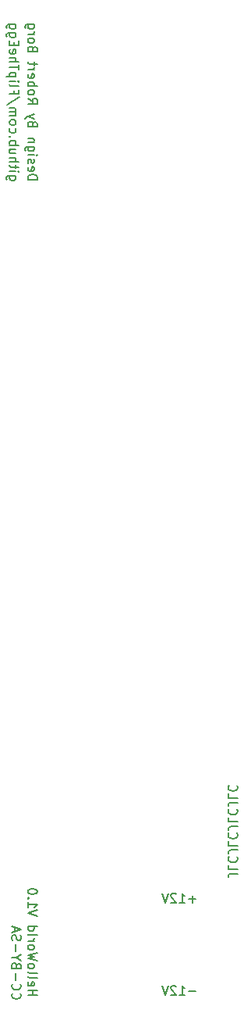
<source format=gbr>
G04 #@! TF.GenerationSoftware,KiCad,Pcbnew,(5.1.6-0-10_14)*
G04 #@! TF.CreationDate,2020-07-27T13:54:38+02:00*
G04 #@! TF.ProjectId,HelloWorld-noPanel,48656c6c-6f57-46f7-926c-642d6e6f5061,rev?*
G04 #@! TF.SameCoordinates,Original*
G04 #@! TF.FileFunction,Legend,Bot*
G04 #@! TF.FilePolarity,Positive*
%FSLAX46Y46*%
G04 Gerber Fmt 4.6, Leading zero omitted, Abs format (unit mm)*
G04 Created by KiCad (PCBNEW (5.1.6-0-10_14)) date 2020-07-27 13:54:38*
%MOMM*%
%LPD*%
G01*
G04 APERTURE LIST*
%ADD10C,0.150000*%
G04 APERTURE END LIST*
D10*
X96051619Y-112823047D02*
X95337333Y-112823047D01*
X95194476Y-112870666D01*
X95099238Y-112965904D01*
X95051619Y-113108761D01*
X95051619Y-113204000D01*
X95051619Y-111870666D02*
X95051619Y-112346857D01*
X96051619Y-112346857D01*
X95146857Y-110965904D02*
X95099238Y-111013523D01*
X95051619Y-111156380D01*
X95051619Y-111251619D01*
X95099238Y-111394476D01*
X95194476Y-111489714D01*
X95289714Y-111537333D01*
X95480190Y-111584952D01*
X95623047Y-111584952D01*
X95813523Y-111537333D01*
X95908761Y-111489714D01*
X96004000Y-111394476D01*
X96051619Y-111251619D01*
X96051619Y-111156380D01*
X96004000Y-111013523D01*
X95956380Y-110965904D01*
X96051619Y-110251619D02*
X95337333Y-110251619D01*
X95194476Y-110299238D01*
X95099238Y-110394476D01*
X95051619Y-110537333D01*
X95051619Y-110632571D01*
X95051619Y-109299238D02*
X95051619Y-109775428D01*
X96051619Y-109775428D01*
X95146857Y-108394476D02*
X95099238Y-108442095D01*
X95051619Y-108584952D01*
X95051619Y-108680190D01*
X95099238Y-108823047D01*
X95194476Y-108918285D01*
X95289714Y-108965904D01*
X95480190Y-109013523D01*
X95623047Y-109013523D01*
X95813523Y-108965904D01*
X95908761Y-108918285D01*
X96004000Y-108823047D01*
X96051619Y-108680190D01*
X96051619Y-108584952D01*
X96004000Y-108442095D01*
X95956380Y-108394476D01*
X96051619Y-107680190D02*
X95337333Y-107680190D01*
X95194476Y-107727809D01*
X95099238Y-107823047D01*
X95051619Y-107965904D01*
X95051619Y-108061142D01*
X95051619Y-106727809D02*
X95051619Y-107204000D01*
X96051619Y-107204000D01*
X95146857Y-105823047D02*
X95099238Y-105870666D01*
X95051619Y-106013523D01*
X95051619Y-106108761D01*
X95099238Y-106251619D01*
X95194476Y-106346857D01*
X95289714Y-106394476D01*
X95480190Y-106442095D01*
X95623047Y-106442095D01*
X95813523Y-106394476D01*
X95908761Y-106346857D01*
X96004000Y-106251619D01*
X96051619Y-106108761D01*
X96051619Y-106013523D01*
X96004000Y-105870666D01*
X95956380Y-105823047D01*
X96051619Y-105108761D02*
X95337333Y-105108761D01*
X95194476Y-105156380D01*
X95099238Y-105251619D01*
X95051619Y-105394476D01*
X95051619Y-105489714D01*
X95051619Y-104156380D02*
X95051619Y-104632571D01*
X96051619Y-104632571D01*
X95146857Y-103251619D02*
X95099238Y-103299238D01*
X95051619Y-103442095D01*
X95051619Y-103537333D01*
X95099238Y-103680190D01*
X95194476Y-103775428D01*
X95289714Y-103823047D01*
X95480190Y-103870666D01*
X95623047Y-103870666D01*
X95813523Y-103823047D01*
X95908761Y-103775428D01*
X96004000Y-103680190D01*
X96051619Y-103537333D01*
X96051619Y-103442095D01*
X96004000Y-103299238D01*
X95956380Y-103251619D01*
X71964285Y-37226190D02*
X71154761Y-37226190D01*
X71059523Y-37273809D01*
X71011904Y-37321428D01*
X70964285Y-37416666D01*
X70964285Y-37559523D01*
X71011904Y-37654761D01*
X71345238Y-37226190D02*
X71297619Y-37321428D01*
X71297619Y-37511904D01*
X71345238Y-37607142D01*
X71392857Y-37654761D01*
X71488095Y-37702380D01*
X71773809Y-37702380D01*
X71869047Y-37654761D01*
X71916666Y-37607142D01*
X71964285Y-37511904D01*
X71964285Y-37321428D01*
X71916666Y-37226190D01*
X71297619Y-36750000D02*
X71964285Y-36750000D01*
X72297619Y-36750000D02*
X72250000Y-36797619D01*
X72202380Y-36750000D01*
X72250000Y-36702380D01*
X72297619Y-36750000D01*
X72202380Y-36750000D01*
X71964285Y-36416666D02*
X71964285Y-36035714D01*
X72297619Y-36273809D02*
X71440476Y-36273809D01*
X71345238Y-36226190D01*
X71297619Y-36130952D01*
X71297619Y-36035714D01*
X71297619Y-35702380D02*
X72297619Y-35702380D01*
X71297619Y-35273809D02*
X71821428Y-35273809D01*
X71916666Y-35321428D01*
X71964285Y-35416666D01*
X71964285Y-35559523D01*
X71916666Y-35654761D01*
X71869047Y-35702380D01*
X71964285Y-34369047D02*
X71297619Y-34369047D01*
X71964285Y-34797619D02*
X71440476Y-34797619D01*
X71345238Y-34750000D01*
X71297619Y-34654761D01*
X71297619Y-34511904D01*
X71345238Y-34416666D01*
X71392857Y-34369047D01*
X71297619Y-33892857D02*
X72297619Y-33892857D01*
X71916666Y-33892857D02*
X71964285Y-33797619D01*
X71964285Y-33607142D01*
X71916666Y-33511904D01*
X71869047Y-33464285D01*
X71773809Y-33416666D01*
X71488095Y-33416666D01*
X71392857Y-33464285D01*
X71345238Y-33511904D01*
X71297619Y-33607142D01*
X71297619Y-33797619D01*
X71345238Y-33892857D01*
X71392857Y-32988095D02*
X71345238Y-32940476D01*
X71297619Y-32988095D01*
X71345238Y-33035714D01*
X71392857Y-32988095D01*
X71297619Y-32988095D01*
X71345238Y-32083333D02*
X71297619Y-32178571D01*
X71297619Y-32369047D01*
X71345238Y-32464285D01*
X71392857Y-32511904D01*
X71488095Y-32559523D01*
X71773809Y-32559523D01*
X71869047Y-32511904D01*
X71916666Y-32464285D01*
X71964285Y-32369047D01*
X71964285Y-32178571D01*
X71916666Y-32083333D01*
X71297619Y-31511904D02*
X71345238Y-31607142D01*
X71392857Y-31654761D01*
X71488095Y-31702380D01*
X71773809Y-31702380D01*
X71869047Y-31654761D01*
X71916666Y-31607142D01*
X71964285Y-31511904D01*
X71964285Y-31369047D01*
X71916666Y-31273809D01*
X71869047Y-31226190D01*
X71773809Y-31178571D01*
X71488095Y-31178571D01*
X71392857Y-31226190D01*
X71345238Y-31273809D01*
X71297619Y-31369047D01*
X71297619Y-31511904D01*
X71297619Y-30750000D02*
X71964285Y-30750000D01*
X71869047Y-30750000D02*
X71916666Y-30702380D01*
X71964285Y-30607142D01*
X71964285Y-30464285D01*
X71916666Y-30369047D01*
X71821428Y-30321428D01*
X71297619Y-30321428D01*
X71821428Y-30321428D02*
X71916666Y-30273809D01*
X71964285Y-30178571D01*
X71964285Y-30035714D01*
X71916666Y-29940476D01*
X71821428Y-29892857D01*
X71297619Y-29892857D01*
X72345238Y-28702380D02*
X71059523Y-29559523D01*
X71821428Y-28035714D02*
X71821428Y-28369047D01*
X71297619Y-28369047D02*
X72297619Y-28369047D01*
X72297619Y-27892857D01*
X71297619Y-27369047D02*
X71345238Y-27464285D01*
X71440476Y-27511904D01*
X72297619Y-27511904D01*
X71297619Y-26988095D02*
X71964285Y-26988095D01*
X72297619Y-26988095D02*
X72250000Y-27035714D01*
X72202380Y-26988095D01*
X72250000Y-26940476D01*
X72297619Y-26988095D01*
X72202380Y-26988095D01*
X71964285Y-26511904D02*
X70964285Y-26511904D01*
X71916666Y-26511904D02*
X71964285Y-26416666D01*
X71964285Y-26226190D01*
X71916666Y-26130952D01*
X71869047Y-26083333D01*
X71773809Y-26035714D01*
X71488095Y-26035714D01*
X71392857Y-26083333D01*
X71345238Y-26130952D01*
X71297619Y-26226190D01*
X71297619Y-26416666D01*
X71345238Y-26511904D01*
X72297619Y-25750000D02*
X72297619Y-25178571D01*
X71297619Y-25464285D02*
X72297619Y-25464285D01*
X71297619Y-24845238D02*
X72297619Y-24845238D01*
X71297619Y-24416666D02*
X71821428Y-24416666D01*
X71916666Y-24464285D01*
X71964285Y-24559523D01*
X71964285Y-24702380D01*
X71916666Y-24797619D01*
X71869047Y-24845238D01*
X71345238Y-23559523D02*
X71297619Y-23654761D01*
X71297619Y-23845238D01*
X71345238Y-23940476D01*
X71440476Y-23988095D01*
X71821428Y-23988095D01*
X71916666Y-23940476D01*
X71964285Y-23845238D01*
X71964285Y-23654761D01*
X71916666Y-23559523D01*
X71821428Y-23511904D01*
X71726190Y-23511904D01*
X71630952Y-23988095D01*
X71821428Y-23083333D02*
X71821428Y-22750000D01*
X71297619Y-22607142D02*
X71297619Y-23083333D01*
X72297619Y-23083333D01*
X72297619Y-22607142D01*
X71964285Y-21750000D02*
X71154761Y-21750000D01*
X71059523Y-21797619D01*
X71011904Y-21845238D01*
X70964285Y-21940476D01*
X70964285Y-22083333D01*
X71011904Y-22178571D01*
X71345238Y-21750000D02*
X71297619Y-21845238D01*
X71297619Y-22035714D01*
X71345238Y-22130952D01*
X71392857Y-22178571D01*
X71488095Y-22226190D01*
X71773809Y-22226190D01*
X71869047Y-22178571D01*
X71916666Y-22130952D01*
X71964285Y-22035714D01*
X71964285Y-21845238D01*
X71916666Y-21750000D01*
X71964285Y-20845238D02*
X71154761Y-20845238D01*
X71059523Y-20892857D01*
X71011904Y-20940476D01*
X70964285Y-21035714D01*
X70964285Y-21178571D01*
X71011904Y-21273809D01*
X71345238Y-20845238D02*
X71297619Y-20940476D01*
X71297619Y-21130952D01*
X71345238Y-21226190D01*
X71392857Y-21273809D01*
X71488095Y-21321428D01*
X71773809Y-21321428D01*
X71869047Y-21273809D01*
X71916666Y-21226190D01*
X71964285Y-21130952D01*
X71964285Y-20940476D01*
X71916666Y-20845238D01*
X73297619Y-37654761D02*
X74297619Y-37654761D01*
X74297619Y-37416666D01*
X74250000Y-37273809D01*
X74154761Y-37178571D01*
X74059523Y-37130952D01*
X73869047Y-37083333D01*
X73726190Y-37083333D01*
X73535714Y-37130952D01*
X73440476Y-37178571D01*
X73345238Y-37273809D01*
X73297619Y-37416666D01*
X73297619Y-37654761D01*
X73345238Y-36273809D02*
X73297619Y-36369047D01*
X73297619Y-36559523D01*
X73345238Y-36654761D01*
X73440476Y-36702380D01*
X73821428Y-36702380D01*
X73916666Y-36654761D01*
X73964285Y-36559523D01*
X73964285Y-36369047D01*
X73916666Y-36273809D01*
X73821428Y-36226190D01*
X73726190Y-36226190D01*
X73630952Y-36702380D01*
X73345238Y-35845238D02*
X73297619Y-35750000D01*
X73297619Y-35559523D01*
X73345238Y-35464285D01*
X73440476Y-35416666D01*
X73488095Y-35416666D01*
X73583333Y-35464285D01*
X73630952Y-35559523D01*
X73630952Y-35702380D01*
X73678571Y-35797619D01*
X73773809Y-35845238D01*
X73821428Y-35845238D01*
X73916666Y-35797619D01*
X73964285Y-35702380D01*
X73964285Y-35559523D01*
X73916666Y-35464285D01*
X73297619Y-34988095D02*
X73964285Y-34988095D01*
X74297619Y-34988095D02*
X74250000Y-35035714D01*
X74202380Y-34988095D01*
X74250000Y-34940476D01*
X74297619Y-34988095D01*
X74202380Y-34988095D01*
X73964285Y-34083333D02*
X73154761Y-34083333D01*
X73059523Y-34130952D01*
X73011904Y-34178571D01*
X72964285Y-34273809D01*
X72964285Y-34416666D01*
X73011904Y-34511904D01*
X73345238Y-34083333D02*
X73297619Y-34178571D01*
X73297619Y-34369047D01*
X73345238Y-34464285D01*
X73392857Y-34511904D01*
X73488095Y-34559523D01*
X73773809Y-34559523D01*
X73869047Y-34511904D01*
X73916666Y-34464285D01*
X73964285Y-34369047D01*
X73964285Y-34178571D01*
X73916666Y-34083333D01*
X73964285Y-33607142D02*
X73297619Y-33607142D01*
X73869047Y-33607142D02*
X73916666Y-33559523D01*
X73964285Y-33464285D01*
X73964285Y-33321428D01*
X73916666Y-33226190D01*
X73821428Y-33178571D01*
X73297619Y-33178571D01*
X73821428Y-31607142D02*
X73773809Y-31464285D01*
X73726190Y-31416666D01*
X73630952Y-31369047D01*
X73488095Y-31369047D01*
X73392857Y-31416666D01*
X73345238Y-31464285D01*
X73297619Y-31559523D01*
X73297619Y-31940476D01*
X74297619Y-31940476D01*
X74297619Y-31607142D01*
X74250000Y-31511904D01*
X74202380Y-31464285D01*
X74107142Y-31416666D01*
X74011904Y-31416666D01*
X73916666Y-31464285D01*
X73869047Y-31511904D01*
X73821428Y-31607142D01*
X73821428Y-31940476D01*
X73964285Y-31035714D02*
X73297619Y-30797619D01*
X73964285Y-30559523D02*
X73297619Y-30797619D01*
X73059523Y-30892857D01*
X73011904Y-30940476D01*
X72964285Y-31035714D01*
X73297619Y-28845238D02*
X73773809Y-29178571D01*
X73297619Y-29416666D02*
X74297619Y-29416666D01*
X74297619Y-29035714D01*
X74250000Y-28940476D01*
X74202380Y-28892857D01*
X74107142Y-28845238D01*
X73964285Y-28845238D01*
X73869047Y-28892857D01*
X73821428Y-28940476D01*
X73773809Y-29035714D01*
X73773809Y-29416666D01*
X73297619Y-28273809D02*
X73345238Y-28369047D01*
X73392857Y-28416666D01*
X73488095Y-28464285D01*
X73773809Y-28464285D01*
X73869047Y-28416666D01*
X73916666Y-28369047D01*
X73964285Y-28273809D01*
X73964285Y-28130952D01*
X73916666Y-28035714D01*
X73869047Y-27988095D01*
X73773809Y-27940476D01*
X73488095Y-27940476D01*
X73392857Y-27988095D01*
X73345238Y-28035714D01*
X73297619Y-28130952D01*
X73297619Y-28273809D01*
X73297619Y-27511904D02*
X74297619Y-27511904D01*
X73916666Y-27511904D02*
X73964285Y-27416666D01*
X73964285Y-27226190D01*
X73916666Y-27130952D01*
X73869047Y-27083333D01*
X73773809Y-27035714D01*
X73488095Y-27035714D01*
X73392857Y-27083333D01*
X73345238Y-27130952D01*
X73297619Y-27226190D01*
X73297619Y-27416666D01*
X73345238Y-27511904D01*
X73345238Y-26226190D02*
X73297619Y-26321428D01*
X73297619Y-26511904D01*
X73345238Y-26607142D01*
X73440476Y-26654761D01*
X73821428Y-26654761D01*
X73916666Y-26607142D01*
X73964285Y-26511904D01*
X73964285Y-26321428D01*
X73916666Y-26226190D01*
X73821428Y-26178571D01*
X73726190Y-26178571D01*
X73630952Y-26654761D01*
X73297619Y-25750000D02*
X73964285Y-25750000D01*
X73773809Y-25750000D02*
X73869047Y-25702380D01*
X73916666Y-25654761D01*
X73964285Y-25559523D01*
X73964285Y-25464285D01*
X73964285Y-25273809D02*
X73964285Y-24892857D01*
X74297619Y-25130952D02*
X73440476Y-25130952D01*
X73345238Y-25083333D01*
X73297619Y-24988095D01*
X73297619Y-24892857D01*
X73821428Y-23464285D02*
X73773809Y-23321428D01*
X73726190Y-23273809D01*
X73630952Y-23226190D01*
X73488095Y-23226190D01*
X73392857Y-23273809D01*
X73345238Y-23321428D01*
X73297619Y-23416666D01*
X73297619Y-23797619D01*
X74297619Y-23797619D01*
X74297619Y-23464285D01*
X74250000Y-23369047D01*
X74202380Y-23321428D01*
X74107142Y-23273809D01*
X74011904Y-23273809D01*
X73916666Y-23321428D01*
X73869047Y-23369047D01*
X73821428Y-23464285D01*
X73821428Y-23797619D01*
X73297619Y-22654761D02*
X73345238Y-22750000D01*
X73392857Y-22797619D01*
X73488095Y-22845238D01*
X73773809Y-22845238D01*
X73869047Y-22797619D01*
X73916666Y-22750000D01*
X73964285Y-22654761D01*
X73964285Y-22511904D01*
X73916666Y-22416666D01*
X73869047Y-22369047D01*
X73773809Y-22321428D01*
X73488095Y-22321428D01*
X73392857Y-22369047D01*
X73345238Y-22416666D01*
X73297619Y-22511904D01*
X73297619Y-22654761D01*
X73297619Y-21892857D02*
X73964285Y-21892857D01*
X73773809Y-21892857D02*
X73869047Y-21845238D01*
X73916666Y-21797619D01*
X73964285Y-21702380D01*
X73964285Y-21607142D01*
X73964285Y-20845238D02*
X73154761Y-20845238D01*
X73059523Y-20892857D01*
X73011904Y-20940476D01*
X72964285Y-21035714D01*
X72964285Y-21178571D01*
X73011904Y-21273809D01*
X73345238Y-20845238D02*
X73297619Y-20940476D01*
X73297619Y-21130952D01*
X73345238Y-21226190D01*
X73392857Y-21273809D01*
X73488095Y-21321428D01*
X73773809Y-21321428D01*
X73869047Y-21273809D01*
X73916666Y-21226190D01*
X73964285Y-21130952D01*
X73964285Y-20940476D01*
X73916666Y-20845238D01*
X73297619Y-125988095D02*
X74297619Y-125988095D01*
X73821428Y-125988095D02*
X73821428Y-125416666D01*
X73297619Y-125416666D02*
X74297619Y-125416666D01*
X73345238Y-124559523D02*
X73297619Y-124654761D01*
X73297619Y-124845238D01*
X73345238Y-124940476D01*
X73440476Y-124988095D01*
X73821428Y-124988095D01*
X73916666Y-124940476D01*
X73964285Y-124845238D01*
X73964285Y-124654761D01*
X73916666Y-124559523D01*
X73821428Y-124511904D01*
X73726190Y-124511904D01*
X73630952Y-124988095D01*
X73297619Y-123940476D02*
X73345238Y-124035714D01*
X73440476Y-124083333D01*
X74297619Y-124083333D01*
X73297619Y-123416666D02*
X73345238Y-123511904D01*
X73440476Y-123559523D01*
X74297619Y-123559523D01*
X73297619Y-122892857D02*
X73345238Y-122988095D01*
X73392857Y-123035714D01*
X73488095Y-123083333D01*
X73773809Y-123083333D01*
X73869047Y-123035714D01*
X73916666Y-122988095D01*
X73964285Y-122892857D01*
X73964285Y-122750000D01*
X73916666Y-122654761D01*
X73869047Y-122607142D01*
X73773809Y-122559523D01*
X73488095Y-122559523D01*
X73392857Y-122607142D01*
X73345238Y-122654761D01*
X73297619Y-122750000D01*
X73297619Y-122892857D01*
X74297619Y-122226190D02*
X73297619Y-121988095D01*
X74011904Y-121797619D01*
X73297619Y-121607142D01*
X74297619Y-121369047D01*
X73297619Y-120845238D02*
X73345238Y-120940476D01*
X73392857Y-120988095D01*
X73488095Y-121035714D01*
X73773809Y-121035714D01*
X73869047Y-120988095D01*
X73916666Y-120940476D01*
X73964285Y-120845238D01*
X73964285Y-120702380D01*
X73916666Y-120607142D01*
X73869047Y-120559523D01*
X73773809Y-120511904D01*
X73488095Y-120511904D01*
X73392857Y-120559523D01*
X73345238Y-120607142D01*
X73297619Y-120702380D01*
X73297619Y-120845238D01*
X73297619Y-120083333D02*
X73964285Y-120083333D01*
X73773809Y-120083333D02*
X73869047Y-120035714D01*
X73916666Y-119988095D01*
X73964285Y-119892857D01*
X73964285Y-119797619D01*
X73297619Y-119321428D02*
X73345238Y-119416666D01*
X73440476Y-119464285D01*
X74297619Y-119464285D01*
X73297619Y-118511904D02*
X74297619Y-118511904D01*
X73345238Y-118511904D02*
X73297619Y-118607142D01*
X73297619Y-118797619D01*
X73345238Y-118892857D01*
X73392857Y-118940476D01*
X73488095Y-118988095D01*
X73773809Y-118988095D01*
X73869047Y-118940476D01*
X73916666Y-118892857D01*
X73964285Y-118797619D01*
X73964285Y-118607142D01*
X73916666Y-118511904D01*
X74297619Y-117416666D02*
X73297619Y-117083333D01*
X74297619Y-116750000D01*
X73297619Y-115892857D02*
X73297619Y-116464285D01*
X73297619Y-116178571D02*
X74297619Y-116178571D01*
X74154761Y-116273809D01*
X74059523Y-116369047D01*
X74011904Y-116464285D01*
X73392857Y-115464285D02*
X73345238Y-115416666D01*
X73297619Y-115464285D01*
X73345238Y-115511904D01*
X73392857Y-115464285D01*
X73297619Y-115464285D01*
X74297619Y-114797619D02*
X74297619Y-114702380D01*
X74250000Y-114607142D01*
X74202380Y-114559523D01*
X74107142Y-114511904D01*
X73916666Y-114464285D01*
X73678571Y-114464285D01*
X73488095Y-114511904D01*
X73392857Y-114559523D01*
X73345238Y-114607142D01*
X73297619Y-114702380D01*
X73297619Y-114797619D01*
X73345238Y-114892857D01*
X73392857Y-114940476D01*
X73488095Y-114988095D01*
X73678571Y-115035714D01*
X73916666Y-115035714D01*
X74107142Y-114988095D01*
X74202380Y-114940476D01*
X74250000Y-114892857D01*
X74297619Y-114797619D01*
X71642857Y-125761904D02*
X71595238Y-125809523D01*
X71547619Y-125952380D01*
X71547619Y-126047619D01*
X71595238Y-126190476D01*
X71690476Y-126285714D01*
X71785714Y-126333333D01*
X71976190Y-126380952D01*
X72119047Y-126380952D01*
X72309523Y-126333333D01*
X72404761Y-126285714D01*
X72500000Y-126190476D01*
X72547619Y-126047619D01*
X72547619Y-125952380D01*
X72500000Y-125809523D01*
X72452380Y-125761904D01*
X71642857Y-124761904D02*
X71595238Y-124809523D01*
X71547619Y-124952380D01*
X71547619Y-125047619D01*
X71595238Y-125190476D01*
X71690476Y-125285714D01*
X71785714Y-125333333D01*
X71976190Y-125380952D01*
X72119047Y-125380952D01*
X72309523Y-125333333D01*
X72404761Y-125285714D01*
X72500000Y-125190476D01*
X72547619Y-125047619D01*
X72547619Y-124952380D01*
X72500000Y-124809523D01*
X72452380Y-124761904D01*
X71928571Y-124333333D02*
X71928571Y-123571428D01*
X72071428Y-122761904D02*
X72023809Y-122619047D01*
X71976190Y-122571428D01*
X71880952Y-122523809D01*
X71738095Y-122523809D01*
X71642857Y-122571428D01*
X71595238Y-122619047D01*
X71547619Y-122714285D01*
X71547619Y-123095238D01*
X72547619Y-123095238D01*
X72547619Y-122761904D01*
X72500000Y-122666666D01*
X72452380Y-122619047D01*
X72357142Y-122571428D01*
X72261904Y-122571428D01*
X72166666Y-122619047D01*
X72119047Y-122666666D01*
X72071428Y-122761904D01*
X72071428Y-123095238D01*
X72023809Y-121904761D02*
X71547619Y-121904761D01*
X72547619Y-122238095D02*
X72023809Y-121904761D01*
X72547619Y-121571428D01*
X71928571Y-121238095D02*
X71928571Y-120476190D01*
X71595238Y-120047619D02*
X71547619Y-119904761D01*
X71547619Y-119666666D01*
X71595238Y-119571428D01*
X71642857Y-119523809D01*
X71738095Y-119476190D01*
X71833333Y-119476190D01*
X71928571Y-119523809D01*
X71976190Y-119571428D01*
X72023809Y-119666666D01*
X72071428Y-119857142D01*
X72119047Y-119952380D01*
X72166666Y-120000000D01*
X72261904Y-120047619D01*
X72357142Y-120047619D01*
X72452380Y-120000000D01*
X72500000Y-119952380D01*
X72547619Y-119857142D01*
X72547619Y-119619047D01*
X72500000Y-119476190D01*
X71833333Y-119095238D02*
X71833333Y-118619047D01*
X71547619Y-119190476D02*
X72547619Y-118857142D01*
X71547619Y-118523809D01*
X91511904Y-125571428D02*
X90750000Y-125571428D01*
X89750000Y-125952380D02*
X90321428Y-125952380D01*
X90035714Y-125952380D02*
X90035714Y-124952380D01*
X90130952Y-125095238D01*
X90226190Y-125190476D01*
X90321428Y-125238095D01*
X89369047Y-125047619D02*
X89321428Y-125000000D01*
X89226190Y-124952380D01*
X88988095Y-124952380D01*
X88892857Y-125000000D01*
X88845238Y-125047619D01*
X88797619Y-125142857D01*
X88797619Y-125238095D01*
X88845238Y-125380952D01*
X89416666Y-125952380D01*
X88797619Y-125952380D01*
X88511904Y-124952380D02*
X88178571Y-125952380D01*
X87845238Y-124952380D01*
X91511904Y-115571428D02*
X90750000Y-115571428D01*
X91130952Y-115952380D02*
X91130952Y-115190476D01*
X89750000Y-115952380D02*
X90321428Y-115952380D01*
X90035714Y-115952380D02*
X90035714Y-114952380D01*
X90130952Y-115095238D01*
X90226190Y-115190476D01*
X90321428Y-115238095D01*
X89369047Y-115047619D02*
X89321428Y-115000000D01*
X89226190Y-114952380D01*
X88988095Y-114952380D01*
X88892857Y-115000000D01*
X88845238Y-115047619D01*
X88797619Y-115142857D01*
X88797619Y-115238095D01*
X88845238Y-115380952D01*
X89416666Y-115952380D01*
X88797619Y-115952380D01*
X88511904Y-114952380D02*
X88178571Y-115952380D01*
X87845238Y-114952380D01*
M02*

</source>
